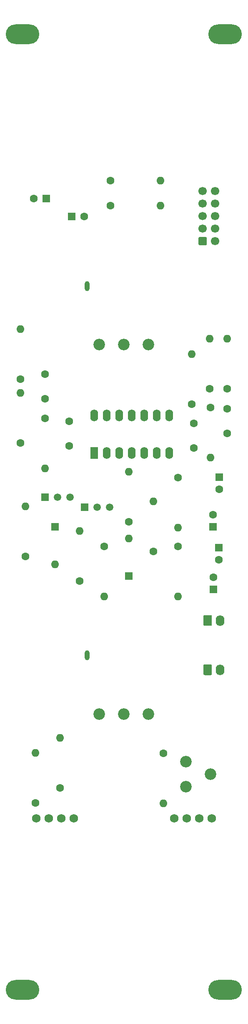
<source format=gbr>
G04 #@! TF.GenerationSoftware,KiCad,Pcbnew,5.1.9-73d0e3b20d~88~ubuntu20.10.1*
G04 #@! TF.CreationDate,2021-03-06T19:26:13+01:00*
G04 #@! TF.ProjectId,kosmo-spring-reverb-driver,6b6f736d-6f2d-4737-9072-696e672d7265,v1.0.0*
G04 #@! TF.SameCoordinates,Original*
G04 #@! TF.FileFunction,Soldermask,Bot*
G04 #@! TF.FilePolarity,Negative*
%FSLAX46Y46*%
G04 Gerber Fmt 4.6, Leading zero omitted, Abs format (unit mm)*
G04 Created by KiCad (PCBNEW 5.1.9-73d0e3b20d~88~ubuntu20.10.1) date 2021-03-06 19:26:13*
%MOMM*%
%LPD*%
G01*
G04 APERTURE LIST*
%ADD10C,1.600000*%
%ADD11R,1.600000X1.600000*%
%ADD12O,1.600000X1.600000*%
%ADD13C,2.340000*%
%ADD14O,6.800000X4.000000*%
%ADD15O,1.740000X2.190000*%
%ADD16C,1.700000*%
%ADD17C,1.750000*%
%ADD18O,1.000000X2.000000*%
%ADD19O,1.600000X2.400000*%
%ADD20R,1.600000X2.400000*%
%ADD21R,1.500000X1.500000*%
%ADD22C,1.500000*%
G04 APERTURE END LIST*
D10*
X126400000Y-132400000D03*
D11*
X126400000Y-129900000D03*
D10*
X125100000Y-137500000D03*
D11*
X125100000Y-140000000D03*
D12*
X120800000Y-104940000D03*
D10*
X120800000Y-115100000D03*
D12*
X124400000Y-101840000D03*
D10*
X124400000Y-112000000D03*
D13*
X119600000Y-187700000D03*
X124600000Y-190200000D03*
X119600000Y-192700000D03*
D14*
X127589155Y-39963207D03*
X127589155Y-233963207D03*
X86428796Y-39963034D03*
X86428796Y-233963034D03*
D12*
X115000000Y-196160000D03*
D10*
X115000000Y-186000000D03*
D15*
X126540000Y-159000000D03*
G36*
G01*
X123130000Y-159845001D02*
X123130000Y-158154999D01*
G75*
G02*
X123379999Y-157905000I249999J0D01*
G01*
X124620001Y-157905000D01*
G75*
G02*
X124870000Y-158154999I0J-249999D01*
G01*
X124870000Y-159845001D01*
G75*
G02*
X124620001Y-160095000I-249999J0D01*
G01*
X123379999Y-160095000D01*
G75*
G02*
X123130000Y-159845001I0J249999D01*
G01*
G37*
X126540000Y-169000000D03*
G36*
G01*
X123130000Y-169845001D02*
X123130000Y-168154999D01*
G75*
G02*
X123379999Y-167905000I249999J0D01*
G01*
X124620001Y-167905000D01*
G75*
G02*
X124870000Y-168154999I0J-249999D01*
G01*
X124870000Y-169845001D01*
G75*
G02*
X124620001Y-170095000I-249999J0D01*
G01*
X123379999Y-170095000D01*
G75*
G02*
X123130000Y-169845001I0J249999D01*
G01*
G37*
D10*
X125200000Y-150200000D03*
D11*
X125200000Y-152700000D03*
D10*
X126300000Y-146700000D03*
D11*
X126300000Y-144200000D03*
D10*
X98900000Y-77000000D03*
D11*
X96400000Y-77000000D03*
D10*
X88700000Y-73400000D03*
D11*
X91200000Y-73400000D03*
D16*
X125540000Y-71840000D03*
X125540000Y-74380000D03*
X125540000Y-76920000D03*
X125540000Y-79460000D03*
X125540000Y-82000000D03*
X123000000Y-71840000D03*
X123000000Y-74380000D03*
X123000000Y-76920000D03*
X123000000Y-79460000D03*
G36*
G01*
X122150000Y-82600000D02*
X122150000Y-81400000D01*
G75*
G02*
X122400000Y-81150000I250000J0D01*
G01*
X123600000Y-81150000D01*
G75*
G02*
X123850000Y-81400000I0J-250000D01*
G01*
X123850000Y-82600000D01*
G75*
G02*
X123600000Y-82850000I-250000J0D01*
G01*
X122400000Y-82850000D01*
G75*
G02*
X122150000Y-82600000I0J250000D01*
G01*
G37*
D10*
X95913968Y-123536371D03*
X95913968Y-118536371D03*
X121200000Y-124000000D03*
X121200000Y-119000000D03*
X91000000Y-109000000D03*
X91000000Y-114000000D03*
X128000000Y-121000000D03*
X128000000Y-116000000D03*
D17*
X119750000Y-199205000D03*
X124830000Y-199205000D03*
X117210000Y-199205000D03*
X122290000Y-199205000D03*
X91750000Y-199205000D03*
X96830000Y-199205000D03*
X89210000Y-199205000D03*
X94290000Y-199205000D03*
D18*
X99500000Y-166100000D03*
D13*
X112000000Y-178000000D03*
X107000000Y-178000000D03*
X102000000Y-178000000D03*
D18*
X99500000Y-91100000D03*
D13*
X112000000Y-103000000D03*
X107000000Y-103000000D03*
X102000000Y-103000000D03*
D19*
X101000000Y-117380000D03*
X116240000Y-125000000D03*
X103540000Y-117380000D03*
X113700000Y-125000000D03*
X106080000Y-117380000D03*
X111160000Y-125000000D03*
X108620000Y-117380000D03*
X108620000Y-125000000D03*
X111160000Y-117380000D03*
X106080000Y-125000000D03*
X113700000Y-117380000D03*
X103540000Y-125000000D03*
X116240000Y-117380000D03*
D20*
X101000000Y-125000000D03*
D12*
X86000000Y-112840000D03*
D10*
X86000000Y-123000000D03*
D12*
X91000000Y-128160000D03*
D10*
X91000000Y-118000000D03*
D12*
X114460000Y-74800000D03*
D10*
X104300000Y-74800000D03*
D12*
X114460000Y-69700000D03*
D10*
X104300000Y-69700000D03*
D12*
X124600000Y-125960000D03*
D10*
X124600000Y-115800000D03*
D12*
X86000000Y-99840000D03*
D10*
X86000000Y-110000000D03*
D12*
X118000000Y-154160000D03*
D10*
X118000000Y-144000000D03*
D12*
X87000000Y-135840000D03*
D10*
X87000000Y-146000000D03*
D12*
X103000000Y-154160000D03*
D10*
X103000000Y-144000000D03*
D12*
X98000000Y-140840000D03*
D10*
X98000000Y-151000000D03*
D12*
X113000000Y-134840000D03*
D10*
X113000000Y-145000000D03*
D12*
X128000000Y-101840000D03*
D10*
X128000000Y-112000000D03*
D12*
X118000000Y-140160000D03*
D10*
X118000000Y-130000000D03*
D12*
X108000000Y-128840000D03*
D10*
X108000000Y-139000000D03*
D12*
X94000000Y-182840000D03*
D10*
X94000000Y-193000000D03*
D12*
X89000000Y-185840000D03*
D10*
X89000000Y-196000000D03*
D21*
X91000000Y-134000000D03*
D22*
X96080000Y-134000000D03*
X93540000Y-134000000D03*
D21*
X99000000Y-136000000D03*
D22*
X104080000Y-136000000D03*
X101540000Y-136000000D03*
D12*
X93000000Y-147620000D03*
D11*
X93000000Y-140000000D03*
D12*
X108000000Y-142380000D03*
D11*
X108000000Y-150000000D03*
M02*

</source>
